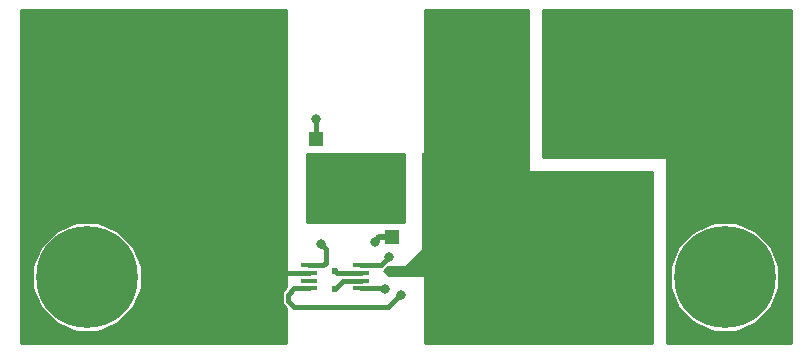
<source format=gbl>
G04 #@! TF.FileFunction,Copper,L2,Bot,Signal*
%FSLAX46Y46*%
G04 Gerber Fmt 4.6, Leading zero omitted, Abs format (unit mm)*
G04 Created by KiCad (PCBNEW 4.0.7-e0-6372~58~ubuntu16.10.1) date Sun Sep 17 16:24:02 2017*
%MOMM*%
%LPD*%
G01*
G04 APERTURE LIST*
%ADD10C,0.100000*%
%ADD11R,1.450000X0.450000*%
%ADD12R,1.280000X1.270000*%
%ADD13R,1.000000X8.000000*%
%ADD14R,1.000000X8.250000*%
%ADD15R,4.100000X6.900000*%
%ADD16C,8.600000*%
%ADD17C,0.700000*%
%ADD18C,1.600000*%
%ADD19C,0.800000*%
%ADD20C,0.600000*%
%ADD21C,0.400000*%
%ADD22C,0.250000*%
%ADD23C,0.508000*%
%ADD24C,0.712000*%
%ADD25C,0.254000*%
G04 APERTURE END LIST*
D10*
D11*
X29200000Y-22025000D03*
X29200000Y-22675000D03*
X29200000Y-23325000D03*
X29200000Y-23975000D03*
X24800000Y-23975000D03*
X24800000Y-23325000D03*
X24800000Y-22675000D03*
X24800000Y-22025000D03*
D12*
X25370000Y-11355000D03*
X25370000Y-13385000D03*
X25370000Y-15415000D03*
X25370000Y-17445000D03*
D13*
X17500000Y-14400000D03*
D14*
X22290000Y-14400000D03*
D15*
X20000000Y-14400000D03*
D12*
X31830000Y-19645000D03*
X31830000Y-17615000D03*
X31830000Y-15585000D03*
X31830000Y-13555000D03*
D13*
X39700000Y-16600000D03*
D14*
X34910000Y-16600000D03*
D15*
X37200000Y-16600000D03*
D16*
X60000000Y-6000000D03*
D17*
X63225000Y-6000000D03*
X62280419Y-8280419D03*
X60000000Y-9225000D03*
X57719581Y-8280419D03*
X56775000Y-6000000D03*
X57719581Y-3719581D03*
X60000000Y-2775000D03*
X62280419Y-3719581D03*
D16*
X6000000Y-6000000D03*
D17*
X9225000Y-6000000D03*
X8280419Y-8280419D03*
X6000000Y-9225000D03*
X3719581Y-8280419D03*
X2775000Y-6000000D03*
X3719581Y-3719581D03*
X6000000Y-2775000D03*
X8280419Y-3719581D03*
D16*
X60000000Y-23000000D03*
D17*
X63225000Y-23000000D03*
X62280419Y-25280419D03*
X60000000Y-26225000D03*
X57719581Y-25280419D03*
X56775000Y-23000000D03*
X57719581Y-20719581D03*
X60000000Y-19775000D03*
X62280419Y-20719581D03*
D16*
X6000000Y-23000000D03*
D17*
X9225000Y-23000000D03*
X8280419Y-25280419D03*
X6000000Y-26225000D03*
X3719581Y-25280419D03*
X2775000Y-23000000D03*
X3719581Y-20719581D03*
X6000000Y-19775000D03*
X8280419Y-20719581D03*
D18*
X47800000Y-21235000D03*
X51200000Y-21235000D03*
X47800000Y-7765000D03*
X51200000Y-7765000D03*
D19*
X31200000Y-24000000D03*
X44800000Y-21100000D03*
X43200000Y-20000000D03*
X41600000Y-20600000D03*
X41400000Y-22800000D03*
X41500000Y-16400000D03*
X43200000Y-16600000D03*
X45200000Y-16100000D03*
X36500000Y-21500000D03*
X35700000Y-11100000D03*
X36400000Y-23600000D03*
X35500000Y-9250000D03*
X25400000Y-9600000D03*
X25800000Y-20200000D03*
X29700000Y-13500000D03*
X10600000Y-13100000D03*
X10700000Y-11500000D03*
X9600000Y-10500000D03*
X7400000Y-12200000D03*
X13800000Y-14400000D03*
X12200000Y-14400000D03*
X15700000Y-14900000D03*
D20*
X17600000Y-9800000D03*
X27000000Y-22500000D03*
X27000000Y-24000000D03*
D19*
X32600000Y-24500000D03*
X31600000Y-21300000D03*
X30400000Y-20000000D03*
D21*
X29200000Y-23975000D02*
X31175000Y-23975000D01*
X31175000Y-23975000D02*
X31200000Y-24000000D01*
X37200000Y-16600000D02*
X37200000Y-22800000D01*
X37200000Y-22800000D02*
X36400000Y-23600000D01*
D22*
X34910000Y-18890000D02*
X37200000Y-16600000D01*
X35500000Y-9250000D02*
X35500000Y-10500000D01*
X35500000Y-10500000D02*
X35750000Y-10750000D01*
X37200000Y-12200000D02*
X37200000Y-16600000D01*
X35750000Y-10750000D02*
X37200000Y-12200000D01*
D21*
X25370000Y-9630000D02*
X25370000Y-11355000D01*
X25400000Y-9600000D02*
X25370000Y-9630000D01*
X25975000Y-22025000D02*
X26200000Y-21800000D01*
X25975000Y-22025000D02*
X24800000Y-22025000D01*
X26200000Y-20600000D02*
X25800000Y-20200000D01*
X26200000Y-21800000D02*
X26200000Y-20600000D01*
D23*
X25400000Y-11325000D02*
X25370000Y-11355000D01*
D21*
X31775000Y-13500000D02*
X29700000Y-13500000D01*
D22*
X31775000Y-13500000D02*
X31830000Y-13555000D01*
D24*
X17600000Y-12000000D02*
X17600000Y-9800000D01*
X17600000Y-12000000D02*
X20000000Y-14400000D01*
D21*
X24800000Y-22675000D02*
X21900000Y-22675000D01*
X20000000Y-20775000D02*
X20000000Y-14400000D01*
X21900000Y-22675000D02*
X20000000Y-20775000D01*
D22*
X20000000Y-11300000D02*
X20000000Y-14400000D01*
X19850000Y-14250000D02*
X20000000Y-14400000D01*
X20250000Y-14650000D02*
X20000000Y-14400000D01*
D21*
X27175000Y-22675000D02*
X29200000Y-22675000D01*
D22*
X27000000Y-22500000D02*
X27175000Y-22675000D01*
D21*
X29200000Y-23325000D02*
X27675000Y-23325000D01*
X27675000Y-23325000D02*
X27000000Y-24000000D01*
X24800000Y-23975000D02*
X23525000Y-23975000D01*
X32500000Y-24500000D02*
X32600000Y-24500000D01*
X31500000Y-25500000D02*
X32500000Y-24500000D01*
X23500000Y-25500000D02*
X31500000Y-25500000D01*
X23000000Y-25000000D02*
X23500000Y-25500000D01*
X23000000Y-24500000D02*
X23000000Y-25000000D01*
X23525000Y-23975000D02*
X23000000Y-24500000D01*
X29200000Y-22025000D02*
X30875000Y-22025000D01*
X30875000Y-22025000D02*
X31600000Y-21300000D01*
D23*
X31830000Y-19645000D02*
X30755000Y-19645000D01*
X30755000Y-19645000D02*
X30400000Y-20000000D01*
X31900000Y-19715000D02*
X31830000Y-19645000D01*
D25*
G36*
X32873000Y-18373000D02*
X24627000Y-18373000D01*
X24627000Y-12627000D01*
X32873000Y-12627000D01*
X32873000Y-18373000D01*
X32873000Y-18373000D01*
G37*
X32873000Y-18373000D02*
X24627000Y-18373000D01*
X24627000Y-12627000D01*
X32873000Y-12627000D01*
X32873000Y-18373000D01*
G36*
X22873000Y-23881710D02*
X22627355Y-24127355D01*
X22513115Y-24298325D01*
X22513115Y-24298326D01*
X22473000Y-24500000D01*
X22473000Y-25000000D01*
X22513115Y-25201675D01*
X22627355Y-25372645D01*
X22873000Y-25618290D01*
X22873000Y-28598000D01*
X402000Y-28598000D01*
X402000Y-23916329D01*
X1372199Y-23916329D01*
X2075133Y-25617561D01*
X3375593Y-26920292D01*
X5075595Y-27626195D01*
X6916329Y-27627801D01*
X8617561Y-26924867D01*
X9920292Y-25624407D01*
X10626195Y-23924405D01*
X10627801Y-22083671D01*
X9924867Y-20382439D01*
X8624407Y-19079708D01*
X6924405Y-18373805D01*
X5083671Y-18372199D01*
X3382439Y-19075133D01*
X2079708Y-20375593D01*
X1373805Y-22075595D01*
X1372199Y-23916329D01*
X402000Y-23916329D01*
X402000Y-9359073D01*
X5322883Y-9359073D01*
X5425733Y-9607989D01*
X5616010Y-9798598D01*
X5864746Y-9901882D01*
X6134073Y-9902117D01*
X6382989Y-9799267D01*
X6573598Y-9608990D01*
X6676882Y-9360254D01*
X6677117Y-9090927D01*
X6574267Y-8842011D01*
X6383990Y-8651402D01*
X6135254Y-8548118D01*
X5865927Y-8547883D01*
X5617011Y-8650733D01*
X5426402Y-8841010D01*
X5323118Y-9089746D01*
X5322883Y-9359073D01*
X402000Y-9359073D01*
X402000Y-8414492D01*
X3042464Y-8414492D01*
X3145314Y-8663408D01*
X3335591Y-8854017D01*
X3584327Y-8957301D01*
X3853654Y-8957536D01*
X4102570Y-8854686D01*
X4293179Y-8664409D01*
X4396463Y-8415673D01*
X4396464Y-8414492D01*
X7603302Y-8414492D01*
X7706152Y-8663408D01*
X7896429Y-8854017D01*
X8145165Y-8957301D01*
X8414492Y-8957536D01*
X8663408Y-8854686D01*
X8854017Y-8664409D01*
X8957301Y-8415673D01*
X8957536Y-8146346D01*
X8854686Y-7897430D01*
X8664409Y-7706821D01*
X8415673Y-7603537D01*
X8146346Y-7603302D01*
X7897430Y-7706152D01*
X7706821Y-7896429D01*
X7603537Y-8145165D01*
X7603302Y-8414492D01*
X4396464Y-8414492D01*
X4396698Y-8146346D01*
X4293848Y-7897430D01*
X4103571Y-7706821D01*
X3854835Y-7603537D01*
X3585508Y-7603302D01*
X3336592Y-7706152D01*
X3145983Y-7896429D01*
X3042699Y-8145165D01*
X3042464Y-8414492D01*
X402000Y-8414492D01*
X402000Y-6134073D01*
X2097883Y-6134073D01*
X2200733Y-6382989D01*
X2391010Y-6573598D01*
X2639746Y-6676882D01*
X2909073Y-6677117D01*
X3157989Y-6574267D01*
X3348598Y-6383990D01*
X3451882Y-6135254D01*
X3451883Y-6134073D01*
X8547883Y-6134073D01*
X8650733Y-6382989D01*
X8841010Y-6573598D01*
X9089746Y-6676882D01*
X9359073Y-6677117D01*
X9607989Y-6574267D01*
X9798598Y-6383990D01*
X9901882Y-6135254D01*
X9902117Y-5865927D01*
X9799267Y-5617011D01*
X9608990Y-5426402D01*
X9360254Y-5323118D01*
X9090927Y-5322883D01*
X8842011Y-5425733D01*
X8651402Y-5616010D01*
X8548118Y-5864746D01*
X8547883Y-6134073D01*
X3451883Y-6134073D01*
X3452117Y-5865927D01*
X3349267Y-5617011D01*
X3158990Y-5426402D01*
X2910254Y-5323118D01*
X2640927Y-5322883D01*
X2392011Y-5425733D01*
X2201402Y-5616010D01*
X2098118Y-5864746D01*
X2097883Y-6134073D01*
X402000Y-6134073D01*
X402000Y-3853654D01*
X3042464Y-3853654D01*
X3145314Y-4102570D01*
X3335591Y-4293179D01*
X3584327Y-4396463D01*
X3853654Y-4396698D01*
X4102570Y-4293848D01*
X4293179Y-4103571D01*
X4396463Y-3854835D01*
X4396464Y-3853654D01*
X7603302Y-3853654D01*
X7706152Y-4102570D01*
X7896429Y-4293179D01*
X8145165Y-4396463D01*
X8414492Y-4396698D01*
X8663408Y-4293848D01*
X8854017Y-4103571D01*
X8957301Y-3854835D01*
X8957536Y-3585508D01*
X8854686Y-3336592D01*
X8664409Y-3145983D01*
X8415673Y-3042699D01*
X8146346Y-3042464D01*
X7897430Y-3145314D01*
X7706821Y-3335591D01*
X7603537Y-3584327D01*
X7603302Y-3853654D01*
X4396464Y-3853654D01*
X4396698Y-3585508D01*
X4293848Y-3336592D01*
X4103571Y-3145983D01*
X3854835Y-3042699D01*
X3585508Y-3042464D01*
X3336592Y-3145314D01*
X3145983Y-3335591D01*
X3042699Y-3584327D01*
X3042464Y-3853654D01*
X402000Y-3853654D01*
X402000Y-2909073D01*
X5322883Y-2909073D01*
X5425733Y-3157989D01*
X5616010Y-3348598D01*
X5864746Y-3451882D01*
X6134073Y-3452117D01*
X6382989Y-3349267D01*
X6573598Y-3158990D01*
X6676882Y-2910254D01*
X6677117Y-2640927D01*
X6574267Y-2392011D01*
X6383990Y-2201402D01*
X6135254Y-2098118D01*
X5865927Y-2097883D01*
X5617011Y-2200733D01*
X5426402Y-2391010D01*
X5323118Y-2639746D01*
X5322883Y-2909073D01*
X402000Y-2909073D01*
X402000Y-402000D01*
X22873000Y-402000D01*
X22873000Y-23881710D01*
X22873000Y-23881710D01*
G37*
X22873000Y-23881710D02*
X22627355Y-24127355D01*
X22513115Y-24298325D01*
X22513115Y-24298326D01*
X22473000Y-24500000D01*
X22473000Y-25000000D01*
X22513115Y-25201675D01*
X22627355Y-25372645D01*
X22873000Y-25618290D01*
X22873000Y-28598000D01*
X402000Y-28598000D01*
X402000Y-23916329D01*
X1372199Y-23916329D01*
X2075133Y-25617561D01*
X3375593Y-26920292D01*
X5075595Y-27626195D01*
X6916329Y-27627801D01*
X8617561Y-26924867D01*
X9920292Y-25624407D01*
X10626195Y-23924405D01*
X10627801Y-22083671D01*
X9924867Y-20382439D01*
X8624407Y-19079708D01*
X6924405Y-18373805D01*
X5083671Y-18372199D01*
X3382439Y-19075133D01*
X2079708Y-20375593D01*
X1373805Y-22075595D01*
X1372199Y-23916329D01*
X402000Y-23916329D01*
X402000Y-9359073D01*
X5322883Y-9359073D01*
X5425733Y-9607989D01*
X5616010Y-9798598D01*
X5864746Y-9901882D01*
X6134073Y-9902117D01*
X6382989Y-9799267D01*
X6573598Y-9608990D01*
X6676882Y-9360254D01*
X6677117Y-9090927D01*
X6574267Y-8842011D01*
X6383990Y-8651402D01*
X6135254Y-8548118D01*
X5865927Y-8547883D01*
X5617011Y-8650733D01*
X5426402Y-8841010D01*
X5323118Y-9089746D01*
X5322883Y-9359073D01*
X402000Y-9359073D01*
X402000Y-8414492D01*
X3042464Y-8414492D01*
X3145314Y-8663408D01*
X3335591Y-8854017D01*
X3584327Y-8957301D01*
X3853654Y-8957536D01*
X4102570Y-8854686D01*
X4293179Y-8664409D01*
X4396463Y-8415673D01*
X4396464Y-8414492D01*
X7603302Y-8414492D01*
X7706152Y-8663408D01*
X7896429Y-8854017D01*
X8145165Y-8957301D01*
X8414492Y-8957536D01*
X8663408Y-8854686D01*
X8854017Y-8664409D01*
X8957301Y-8415673D01*
X8957536Y-8146346D01*
X8854686Y-7897430D01*
X8664409Y-7706821D01*
X8415673Y-7603537D01*
X8146346Y-7603302D01*
X7897430Y-7706152D01*
X7706821Y-7896429D01*
X7603537Y-8145165D01*
X7603302Y-8414492D01*
X4396464Y-8414492D01*
X4396698Y-8146346D01*
X4293848Y-7897430D01*
X4103571Y-7706821D01*
X3854835Y-7603537D01*
X3585508Y-7603302D01*
X3336592Y-7706152D01*
X3145983Y-7896429D01*
X3042699Y-8145165D01*
X3042464Y-8414492D01*
X402000Y-8414492D01*
X402000Y-6134073D01*
X2097883Y-6134073D01*
X2200733Y-6382989D01*
X2391010Y-6573598D01*
X2639746Y-6676882D01*
X2909073Y-6677117D01*
X3157989Y-6574267D01*
X3348598Y-6383990D01*
X3451882Y-6135254D01*
X3451883Y-6134073D01*
X8547883Y-6134073D01*
X8650733Y-6382989D01*
X8841010Y-6573598D01*
X9089746Y-6676882D01*
X9359073Y-6677117D01*
X9607989Y-6574267D01*
X9798598Y-6383990D01*
X9901882Y-6135254D01*
X9902117Y-5865927D01*
X9799267Y-5617011D01*
X9608990Y-5426402D01*
X9360254Y-5323118D01*
X9090927Y-5322883D01*
X8842011Y-5425733D01*
X8651402Y-5616010D01*
X8548118Y-5864746D01*
X8547883Y-6134073D01*
X3451883Y-6134073D01*
X3452117Y-5865927D01*
X3349267Y-5617011D01*
X3158990Y-5426402D01*
X2910254Y-5323118D01*
X2640927Y-5322883D01*
X2392011Y-5425733D01*
X2201402Y-5616010D01*
X2098118Y-5864746D01*
X2097883Y-6134073D01*
X402000Y-6134073D01*
X402000Y-3853654D01*
X3042464Y-3853654D01*
X3145314Y-4102570D01*
X3335591Y-4293179D01*
X3584327Y-4396463D01*
X3853654Y-4396698D01*
X4102570Y-4293848D01*
X4293179Y-4103571D01*
X4396463Y-3854835D01*
X4396464Y-3853654D01*
X7603302Y-3853654D01*
X7706152Y-4102570D01*
X7896429Y-4293179D01*
X8145165Y-4396463D01*
X8414492Y-4396698D01*
X8663408Y-4293848D01*
X8854017Y-4103571D01*
X8957301Y-3854835D01*
X8957536Y-3585508D01*
X8854686Y-3336592D01*
X8664409Y-3145983D01*
X8415673Y-3042699D01*
X8146346Y-3042464D01*
X7897430Y-3145314D01*
X7706821Y-3335591D01*
X7603537Y-3584327D01*
X7603302Y-3853654D01*
X4396464Y-3853654D01*
X4396698Y-3585508D01*
X4293848Y-3336592D01*
X4103571Y-3145983D01*
X3854835Y-3042699D01*
X3585508Y-3042464D01*
X3336592Y-3145314D01*
X3145983Y-3335591D01*
X3042699Y-3584327D01*
X3042464Y-3853654D01*
X402000Y-3853654D01*
X402000Y-2909073D01*
X5322883Y-2909073D01*
X5425733Y-3157989D01*
X5616010Y-3348598D01*
X5864746Y-3451882D01*
X6134073Y-3452117D01*
X6382989Y-3349267D01*
X6573598Y-3158990D01*
X6676882Y-2910254D01*
X6677117Y-2640927D01*
X6574267Y-2392011D01*
X6383990Y-2201402D01*
X6135254Y-2098118D01*
X5865927Y-2097883D01*
X5617011Y-2200733D01*
X5426402Y-2391010D01*
X5323118Y-2639746D01*
X5322883Y-2909073D01*
X402000Y-2909073D01*
X402000Y-402000D01*
X22873000Y-402000D01*
X22873000Y-23881710D01*
G36*
X65598000Y-28598000D02*
X55127000Y-28598000D01*
X55127000Y-23916329D01*
X55372199Y-23916329D01*
X56075133Y-25617561D01*
X57375593Y-26920292D01*
X59075595Y-27626195D01*
X60916329Y-27627801D01*
X62617561Y-26924867D01*
X63920292Y-25624407D01*
X64626195Y-23924405D01*
X64627801Y-22083671D01*
X63924867Y-20382439D01*
X62624407Y-19079708D01*
X60924405Y-18373805D01*
X59083671Y-18372199D01*
X57382439Y-19075133D01*
X56079708Y-20375593D01*
X55373805Y-22075595D01*
X55372199Y-23916329D01*
X55127000Y-23916329D01*
X55127000Y-13000000D01*
X55116994Y-12950590D01*
X55088553Y-12908965D01*
X55046159Y-12881685D01*
X55000000Y-12873000D01*
X44627000Y-12873000D01*
X44627000Y-9359073D01*
X59322883Y-9359073D01*
X59425733Y-9607989D01*
X59616010Y-9798598D01*
X59864746Y-9901882D01*
X60134073Y-9902117D01*
X60382989Y-9799267D01*
X60573598Y-9608990D01*
X60676882Y-9360254D01*
X60677117Y-9090927D01*
X60574267Y-8842011D01*
X60383990Y-8651402D01*
X60135254Y-8548118D01*
X59865927Y-8547883D01*
X59617011Y-8650733D01*
X59426402Y-8841010D01*
X59323118Y-9089746D01*
X59322883Y-9359073D01*
X44627000Y-9359073D01*
X44627000Y-8414492D01*
X57042464Y-8414492D01*
X57145314Y-8663408D01*
X57335591Y-8854017D01*
X57584327Y-8957301D01*
X57853654Y-8957536D01*
X58102570Y-8854686D01*
X58293179Y-8664409D01*
X58396463Y-8415673D01*
X58396464Y-8414492D01*
X61603302Y-8414492D01*
X61706152Y-8663408D01*
X61896429Y-8854017D01*
X62145165Y-8957301D01*
X62414492Y-8957536D01*
X62663408Y-8854686D01*
X62854017Y-8664409D01*
X62957301Y-8415673D01*
X62957536Y-8146346D01*
X62854686Y-7897430D01*
X62664409Y-7706821D01*
X62415673Y-7603537D01*
X62146346Y-7603302D01*
X61897430Y-7706152D01*
X61706821Y-7896429D01*
X61603537Y-8145165D01*
X61603302Y-8414492D01*
X58396464Y-8414492D01*
X58396698Y-8146346D01*
X58293848Y-7897430D01*
X58103571Y-7706821D01*
X57854835Y-7603537D01*
X57585508Y-7603302D01*
X57336592Y-7706152D01*
X57145983Y-7896429D01*
X57042699Y-8145165D01*
X57042464Y-8414492D01*
X44627000Y-8414492D01*
X44627000Y-6134073D01*
X56097883Y-6134073D01*
X56200733Y-6382989D01*
X56391010Y-6573598D01*
X56639746Y-6676882D01*
X56909073Y-6677117D01*
X57157989Y-6574267D01*
X57348598Y-6383990D01*
X57451882Y-6135254D01*
X57451883Y-6134073D01*
X62547883Y-6134073D01*
X62650733Y-6382989D01*
X62841010Y-6573598D01*
X63089746Y-6676882D01*
X63359073Y-6677117D01*
X63607989Y-6574267D01*
X63798598Y-6383990D01*
X63901882Y-6135254D01*
X63902117Y-5865927D01*
X63799267Y-5617011D01*
X63608990Y-5426402D01*
X63360254Y-5323118D01*
X63090927Y-5322883D01*
X62842011Y-5425733D01*
X62651402Y-5616010D01*
X62548118Y-5864746D01*
X62547883Y-6134073D01*
X57451883Y-6134073D01*
X57452117Y-5865927D01*
X57349267Y-5617011D01*
X57158990Y-5426402D01*
X56910254Y-5323118D01*
X56640927Y-5322883D01*
X56392011Y-5425733D01*
X56201402Y-5616010D01*
X56098118Y-5864746D01*
X56097883Y-6134073D01*
X44627000Y-6134073D01*
X44627000Y-3853654D01*
X57042464Y-3853654D01*
X57145314Y-4102570D01*
X57335591Y-4293179D01*
X57584327Y-4396463D01*
X57853654Y-4396698D01*
X58102570Y-4293848D01*
X58293179Y-4103571D01*
X58396463Y-3854835D01*
X58396464Y-3853654D01*
X61603302Y-3853654D01*
X61706152Y-4102570D01*
X61896429Y-4293179D01*
X62145165Y-4396463D01*
X62414492Y-4396698D01*
X62663408Y-4293848D01*
X62854017Y-4103571D01*
X62957301Y-3854835D01*
X62957536Y-3585508D01*
X62854686Y-3336592D01*
X62664409Y-3145983D01*
X62415673Y-3042699D01*
X62146346Y-3042464D01*
X61897430Y-3145314D01*
X61706821Y-3335591D01*
X61603537Y-3584327D01*
X61603302Y-3853654D01*
X58396464Y-3853654D01*
X58396698Y-3585508D01*
X58293848Y-3336592D01*
X58103571Y-3145983D01*
X57854835Y-3042699D01*
X57585508Y-3042464D01*
X57336592Y-3145314D01*
X57145983Y-3335591D01*
X57042699Y-3584327D01*
X57042464Y-3853654D01*
X44627000Y-3853654D01*
X44627000Y-2909073D01*
X59322883Y-2909073D01*
X59425733Y-3157989D01*
X59616010Y-3348598D01*
X59864746Y-3451882D01*
X60134073Y-3452117D01*
X60382989Y-3349267D01*
X60573598Y-3158990D01*
X60676882Y-2910254D01*
X60677117Y-2640927D01*
X60574267Y-2392011D01*
X60383990Y-2201402D01*
X60135254Y-2098118D01*
X59865927Y-2097883D01*
X59617011Y-2200733D01*
X59426402Y-2391010D01*
X59323118Y-2639746D01*
X59322883Y-2909073D01*
X44627000Y-2909073D01*
X44627000Y-402000D01*
X65598000Y-402000D01*
X65598000Y-28598000D01*
X65598000Y-28598000D01*
G37*
X65598000Y-28598000D02*
X55127000Y-28598000D01*
X55127000Y-23916329D01*
X55372199Y-23916329D01*
X56075133Y-25617561D01*
X57375593Y-26920292D01*
X59075595Y-27626195D01*
X60916329Y-27627801D01*
X62617561Y-26924867D01*
X63920292Y-25624407D01*
X64626195Y-23924405D01*
X64627801Y-22083671D01*
X63924867Y-20382439D01*
X62624407Y-19079708D01*
X60924405Y-18373805D01*
X59083671Y-18372199D01*
X57382439Y-19075133D01*
X56079708Y-20375593D01*
X55373805Y-22075595D01*
X55372199Y-23916329D01*
X55127000Y-23916329D01*
X55127000Y-13000000D01*
X55116994Y-12950590D01*
X55088553Y-12908965D01*
X55046159Y-12881685D01*
X55000000Y-12873000D01*
X44627000Y-12873000D01*
X44627000Y-9359073D01*
X59322883Y-9359073D01*
X59425733Y-9607989D01*
X59616010Y-9798598D01*
X59864746Y-9901882D01*
X60134073Y-9902117D01*
X60382989Y-9799267D01*
X60573598Y-9608990D01*
X60676882Y-9360254D01*
X60677117Y-9090927D01*
X60574267Y-8842011D01*
X60383990Y-8651402D01*
X60135254Y-8548118D01*
X59865927Y-8547883D01*
X59617011Y-8650733D01*
X59426402Y-8841010D01*
X59323118Y-9089746D01*
X59322883Y-9359073D01*
X44627000Y-9359073D01*
X44627000Y-8414492D01*
X57042464Y-8414492D01*
X57145314Y-8663408D01*
X57335591Y-8854017D01*
X57584327Y-8957301D01*
X57853654Y-8957536D01*
X58102570Y-8854686D01*
X58293179Y-8664409D01*
X58396463Y-8415673D01*
X58396464Y-8414492D01*
X61603302Y-8414492D01*
X61706152Y-8663408D01*
X61896429Y-8854017D01*
X62145165Y-8957301D01*
X62414492Y-8957536D01*
X62663408Y-8854686D01*
X62854017Y-8664409D01*
X62957301Y-8415673D01*
X62957536Y-8146346D01*
X62854686Y-7897430D01*
X62664409Y-7706821D01*
X62415673Y-7603537D01*
X62146346Y-7603302D01*
X61897430Y-7706152D01*
X61706821Y-7896429D01*
X61603537Y-8145165D01*
X61603302Y-8414492D01*
X58396464Y-8414492D01*
X58396698Y-8146346D01*
X58293848Y-7897430D01*
X58103571Y-7706821D01*
X57854835Y-7603537D01*
X57585508Y-7603302D01*
X57336592Y-7706152D01*
X57145983Y-7896429D01*
X57042699Y-8145165D01*
X57042464Y-8414492D01*
X44627000Y-8414492D01*
X44627000Y-6134073D01*
X56097883Y-6134073D01*
X56200733Y-6382989D01*
X56391010Y-6573598D01*
X56639746Y-6676882D01*
X56909073Y-6677117D01*
X57157989Y-6574267D01*
X57348598Y-6383990D01*
X57451882Y-6135254D01*
X57451883Y-6134073D01*
X62547883Y-6134073D01*
X62650733Y-6382989D01*
X62841010Y-6573598D01*
X63089746Y-6676882D01*
X63359073Y-6677117D01*
X63607989Y-6574267D01*
X63798598Y-6383990D01*
X63901882Y-6135254D01*
X63902117Y-5865927D01*
X63799267Y-5617011D01*
X63608990Y-5426402D01*
X63360254Y-5323118D01*
X63090927Y-5322883D01*
X62842011Y-5425733D01*
X62651402Y-5616010D01*
X62548118Y-5864746D01*
X62547883Y-6134073D01*
X57451883Y-6134073D01*
X57452117Y-5865927D01*
X57349267Y-5617011D01*
X57158990Y-5426402D01*
X56910254Y-5323118D01*
X56640927Y-5322883D01*
X56392011Y-5425733D01*
X56201402Y-5616010D01*
X56098118Y-5864746D01*
X56097883Y-6134073D01*
X44627000Y-6134073D01*
X44627000Y-3853654D01*
X57042464Y-3853654D01*
X57145314Y-4102570D01*
X57335591Y-4293179D01*
X57584327Y-4396463D01*
X57853654Y-4396698D01*
X58102570Y-4293848D01*
X58293179Y-4103571D01*
X58396463Y-3854835D01*
X58396464Y-3853654D01*
X61603302Y-3853654D01*
X61706152Y-4102570D01*
X61896429Y-4293179D01*
X62145165Y-4396463D01*
X62414492Y-4396698D01*
X62663408Y-4293848D01*
X62854017Y-4103571D01*
X62957301Y-3854835D01*
X62957536Y-3585508D01*
X62854686Y-3336592D01*
X62664409Y-3145983D01*
X62415673Y-3042699D01*
X62146346Y-3042464D01*
X61897430Y-3145314D01*
X61706821Y-3335591D01*
X61603537Y-3584327D01*
X61603302Y-3853654D01*
X58396464Y-3853654D01*
X58396698Y-3585508D01*
X58293848Y-3336592D01*
X58103571Y-3145983D01*
X57854835Y-3042699D01*
X57585508Y-3042464D01*
X57336592Y-3145314D01*
X57145983Y-3335591D01*
X57042699Y-3584327D01*
X57042464Y-3853654D01*
X44627000Y-3853654D01*
X44627000Y-2909073D01*
X59322883Y-2909073D01*
X59425733Y-3157989D01*
X59616010Y-3348598D01*
X59864746Y-3451882D01*
X60134073Y-3452117D01*
X60382989Y-3349267D01*
X60573598Y-3158990D01*
X60676882Y-2910254D01*
X60677117Y-2640927D01*
X60574267Y-2392011D01*
X60383990Y-2201402D01*
X60135254Y-2098118D01*
X59865927Y-2097883D01*
X59617011Y-2200733D01*
X59426402Y-2391010D01*
X59323118Y-2639746D01*
X59322883Y-2909073D01*
X44627000Y-2909073D01*
X44627000Y-402000D01*
X65598000Y-402000D01*
X65598000Y-28598000D01*
G36*
X43373000Y-14000000D02*
X43383006Y-14049410D01*
X43411447Y-14091035D01*
X43453841Y-14118315D01*
X43500000Y-14127000D01*
X53873000Y-14127000D01*
X53873000Y-28598000D01*
X34627000Y-28598000D01*
X34627000Y-23000000D01*
X34616994Y-22950590D01*
X34588553Y-22908965D01*
X34546159Y-22881685D01*
X34500000Y-22873000D01*
X31552606Y-22873000D01*
X31145502Y-22465896D01*
X31247645Y-22397645D01*
X31518290Y-22127000D01*
X33000000Y-22127000D01*
X33049410Y-22116994D01*
X33089803Y-22089803D01*
X34552606Y-20627000D01*
X35000000Y-20627000D01*
X35049410Y-20616994D01*
X35091035Y-20588553D01*
X35118315Y-20546159D01*
X35126753Y-20492078D01*
X34627000Y-12496030D01*
X34627000Y-402000D01*
X43373000Y-402000D01*
X43373000Y-14000000D01*
X43373000Y-14000000D01*
G37*
X43373000Y-14000000D02*
X43383006Y-14049410D01*
X43411447Y-14091035D01*
X43453841Y-14118315D01*
X43500000Y-14127000D01*
X53873000Y-14127000D01*
X53873000Y-28598000D01*
X34627000Y-28598000D01*
X34627000Y-23000000D01*
X34616994Y-22950590D01*
X34588553Y-22908965D01*
X34546159Y-22881685D01*
X34500000Y-22873000D01*
X31552606Y-22873000D01*
X31145502Y-22465896D01*
X31247645Y-22397645D01*
X31518290Y-22127000D01*
X33000000Y-22127000D01*
X33049410Y-22116994D01*
X33089803Y-22089803D01*
X34552606Y-20627000D01*
X35000000Y-20627000D01*
X35049410Y-20616994D01*
X35091035Y-20588553D01*
X35118315Y-20546159D01*
X35126753Y-20492078D01*
X34627000Y-12496030D01*
X34627000Y-402000D01*
X43373000Y-402000D01*
X43373000Y-14000000D01*
M02*

</source>
